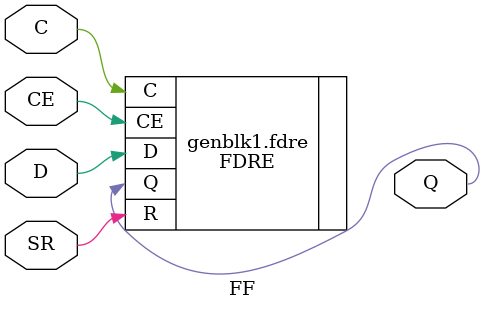
<source format=v>
module FF (
    input  D,
    C,
    CE,
    SR,
    output Q
);

  parameter INIT = 1'b0;
  parameter FF_TYPE = "FDRE";

  if (FF_TYPE == "FDRE") begin
    (* keep *) FDRE #(
        .INIT(INIT)
    ) fdre (
        .Q (Q),
        .C (C),
        .D (D),
        .CE(CE),
        .R (SR)
    );
  end else if (FF_TYPE == "FDSE") begin
    (* keep *) FDSE #(
        .INIT(INIT)
    ) fdse (
        .Q (Q),
        .C (C),
        .D (D),
        .CE(CE),
        .S (SR)
    );
  end else if (FF_TYPE == "FDCE") begin
    (* keep *) FDCE #(
        .INIT(INIT)
    ) fdce (
        .Q  (Q),
        .C  (C),
        .D  (D),
        .CE (CE),
        .CLR(SR)
    );
  end else if (FF_TYPE == "FDPE") begin
    (* keep *) FDPE #(
        .INIT(INIT)
    ) fdpe (
        .Q  (Q),
        .C  (C),
        .D  (D),
        .CE (CE),
        .PRE(SR)
    );
  end

endmodule

</source>
